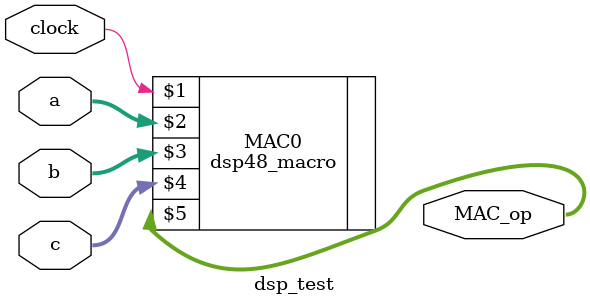
<source format=v>
`timescale 1ns / 1ps
module dsp_test(
	 input clock,
    input [17:0] a,
    input [17:0] b,
    input [47:0] c,
    output [47:0] MAC_op
    );

dsp48_macro MAC0 (clock,a,b,c,MAC_op); //Instantiate a  DSP48 slice

endmodule

</source>
